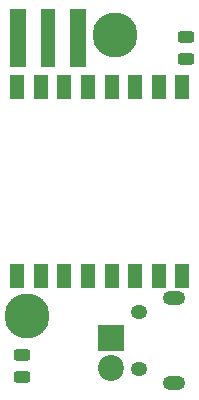
<source format=gbr>
%TF.GenerationSoftware,KiCad,Pcbnew,8.0.0*%
%TF.CreationDate,2025-01-24T21:29:13-08:00*%
%TF.ProjectId,Hope,486f7065-2e6b-4696-9361-645f70636258,rev?*%
%TF.SameCoordinates,Original*%
%TF.FileFunction,Soldermask,Bot*%
%TF.FilePolarity,Negative*%
%FSLAX46Y46*%
G04 Gerber Fmt 4.6, Leading zero omitted, Abs format (unit mm)*
G04 Created by KiCad (PCBNEW 8.0.0) date 2025-01-24 21:29:13*
%MOMM*%
%LPD*%
G01*
G04 APERTURE LIST*
G04 Aperture macros list*
%AMRoundRect*
0 Rectangle with rounded corners*
0 $1 Rounding radius*
0 $2 $3 $4 $5 $6 $7 $8 $9 X,Y pos of 4 corners*
0 Add a 4 corners polygon primitive as box body*
4,1,4,$2,$3,$4,$5,$6,$7,$8,$9,$2,$3,0*
0 Add four circle primitives for the rounded corners*
1,1,$1+$1,$2,$3*
1,1,$1+$1,$4,$5*
1,1,$1+$1,$6,$7*
1,1,$1+$1,$8,$9*
0 Add four rect primitives between the rounded corners*
20,1,$1+$1,$2,$3,$4,$5,0*
20,1,$1+$1,$4,$5,$6,$7,0*
20,1,$1+$1,$6,$7,$8,$9,0*
20,1,$1+$1,$8,$9,$2,$3,0*%
G04 Aperture macros list end*
%ADD10C,3.800000*%
%ADD11R,2.200000X2.200000*%
%ADD12C,2.200000*%
%ADD13R,1.200000X2.000000*%
%ADD14O,1.900000X1.200000*%
%ADD15O,1.400000X1.200000*%
%ADD16RoundRect,0.243750X-0.456250X0.243750X-0.456250X-0.243750X0.456250X-0.243750X0.456250X0.243750X0*%
%ADD17R,1.400000X5.000000*%
%ADD18R,1.200000X5.000000*%
G04 APERTURE END LIST*
D10*
%TO.C,H4*%
X2336800Y6908800D03*
%TD*%
%TO.C,H3*%
X9753600Y30759400D03*
%TD*%
D11*
%TO.C,J4*%
X9448800Y5080000D03*
D12*
X9448800Y2540000D03*
%TD*%
D13*
%TO.C,R6*%
X15483600Y26338800D03*
X13483600Y26338800D03*
X11483600Y26338800D03*
X9483600Y26338800D03*
X7483600Y26338800D03*
X5483600Y26338800D03*
X3483600Y26338800D03*
X1483600Y26338800D03*
X1483600Y10338800D03*
X3483600Y10338800D03*
X5483600Y10338800D03*
X7483600Y10338800D03*
X9483600Y10338800D03*
X11483600Y10338800D03*
X13483600Y10338800D03*
X15483600Y10338800D03*
%TD*%
D14*
%TO.C,J1*%
X14724700Y8426000D03*
X14724700Y1226000D03*
D15*
X11824700Y2406000D03*
X11824700Y7246000D03*
%TD*%
D16*
%TO.C,D2*%
X1930400Y1782600D03*
X1930400Y3657600D03*
%TD*%
%TO.C,D1*%
X15798800Y28678900D03*
X15798800Y30553900D03*
%TD*%
D17*
%TO.C,AE1*%
X1564800Y30429200D03*
X6664800Y30429200D03*
D18*
X4114800Y30429200D03*
%TD*%
M02*

</source>
